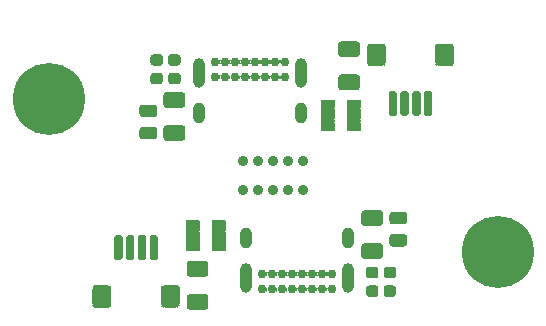
<source format=gbs>
G04 #@! TF.GenerationSoftware,KiCad,Pcbnew,(5.1.10)-1*
G04 #@! TF.CreationDate,2021-08-18T17:13:36+08:00*
G04 #@! TF.ProjectId,dboard,64626f61-7264-42e6-9b69-6361645f7063,rev?*
G04 #@! TF.SameCoordinates,Original*
G04 #@! TF.FileFunction,Soldermask,Bot*
G04 #@! TF.FilePolarity,Negative*
%FSLAX46Y46*%
G04 Gerber Fmt 4.6, Leading zero omitted, Abs format (unit mm)*
G04 Created by KiCad (PCBNEW (5.1.10)-1) date 2021-08-18 17:13:36*
%MOMM*%
%LPD*%
G01*
G04 APERTURE LIST*
%ADD10C,0.889400*%
%ADD11O,1.002000X1.802000*%
%ADD12O,1.002000X2.502000*%
%ADD13C,0.752000*%
%ADD14C,0.902000*%
%ADD15C,6.102000*%
%ADD16C,0.100000*%
G04 APERTURE END LIST*
D10*
X-4508750Y2254000D03*
X-3238750Y2254000D03*
X571250Y2254000D03*
X-698750Y2254000D03*
X-1968750Y2254000D03*
G36*
G01*
X-12087000Y4061500D02*
X-13050500Y4061500D01*
G75*
G02*
X-13319750Y4330750I0J269250D01*
G01*
X-13319750Y4869250D01*
G75*
G02*
X-13050500Y5138500I269250J0D01*
G01*
X-12087000Y5138500D01*
G75*
G02*
X-11817750Y4869250I0J-269250D01*
G01*
X-11817750Y4330750D01*
G75*
G02*
X-12087000Y4061500I-269250J0D01*
G01*
G37*
G36*
G01*
X-12087000Y5936500D02*
X-13050500Y5936500D01*
G75*
G02*
X-13319750Y6205750I0J269250D01*
G01*
X-13319750Y6744250D01*
G75*
G02*
X-13050500Y7013500I269250J0D01*
G01*
X-12087000Y7013500D01*
G75*
G02*
X-11817750Y6744250I0J-269250D01*
G01*
X-11817750Y6205750D01*
G75*
G02*
X-12087000Y5936500I-269250J0D01*
G01*
G37*
G36*
G01*
X-10074500Y10299000D02*
X-10638000Y10299000D01*
G75*
G02*
X-10882250Y10543250I0J244250D01*
G01*
X-10882250Y11031750D01*
G75*
G02*
X-10638000Y11276000I244250J0D01*
G01*
X-10074500Y11276000D01*
G75*
G02*
X-9830250Y11031750I0J-244250D01*
G01*
X-9830250Y10543250D01*
G75*
G02*
X-10074500Y10299000I-244250J0D01*
G01*
G37*
G36*
G01*
X-10074500Y8724000D02*
X-10638000Y8724000D01*
G75*
G02*
X-10882250Y8968250I0J244250D01*
G01*
X-10882250Y9456750D01*
G75*
G02*
X-10638000Y9701000I244250J0D01*
G01*
X-10074500Y9701000D01*
G75*
G02*
X-9830250Y9456750I0J-244250D01*
G01*
X-9830250Y8968250D01*
G75*
G02*
X-10074500Y8724000I-244250J0D01*
G01*
G37*
D11*
X-8293750Y6280000D03*
X356250Y6280000D03*
D12*
X-8293750Y9660000D03*
X356250Y9660000D03*
D13*
X-6948750Y9315000D03*
X-6098750Y9315000D03*
X-5248750Y9315000D03*
X-4398750Y9315000D03*
X-3548750Y9315000D03*
X-2698750Y9315000D03*
X-1848750Y9315000D03*
X-993750Y9315000D03*
X-6943750Y10640000D03*
X-6093750Y10640000D03*
X-5243750Y10640000D03*
X-4393750Y10640000D03*
X-3543750Y10640000D03*
X-1843750Y10640000D03*
X-993750Y10640000D03*
X-2693750Y10640000D03*
G36*
G01*
X5086850Y8224000D02*
X3775650Y8224000D01*
G75*
G02*
X3505250Y8494400I0J270400D01*
G01*
X3505250Y9305600D01*
G75*
G02*
X3775650Y9576000I270400J0D01*
G01*
X5086850Y9576000D01*
G75*
G02*
X5357250Y9305600I0J-270400D01*
G01*
X5357250Y8494400D01*
G75*
G02*
X5086850Y8224000I-270400J0D01*
G01*
G37*
G36*
G01*
X5086850Y11024000D02*
X3775650Y11024000D01*
G75*
G02*
X3505250Y11294400I0J270400D01*
G01*
X3505250Y12105600D01*
G75*
G02*
X3775650Y12376000I270400J0D01*
G01*
X5086850Y12376000D01*
G75*
G02*
X5357250Y12105600I0J-270400D01*
G01*
X5357250Y11294400D01*
G75*
G02*
X5086850Y11024000I-270400J0D01*
G01*
G37*
G36*
G01*
X2050250Y4824999D02*
X2050250Y5475001D01*
G75*
G02*
X2101249Y5526000I50999J0D01*
G01*
X3161251Y5526000D01*
G75*
G02*
X3212250Y5475001I0J-50999D01*
G01*
X3212250Y4824999D01*
G75*
G02*
X3161251Y4774000I-50999J0D01*
G01*
X2101249Y4774000D01*
G75*
G02*
X2050250Y4824999I0J50999D01*
G01*
G37*
G36*
G01*
X2050250Y5774999D02*
X2050250Y6425001D01*
G75*
G02*
X2101249Y6476000I50999J0D01*
G01*
X3161251Y6476000D01*
G75*
G02*
X3212250Y6425001I0J-50999D01*
G01*
X3212250Y5774999D01*
G75*
G02*
X3161251Y5724000I-50999J0D01*
G01*
X2101249Y5724000D01*
G75*
G02*
X2050250Y5774999I0J50999D01*
G01*
G37*
G36*
G01*
X2050250Y6724999D02*
X2050250Y7375001D01*
G75*
G02*
X2101249Y7426000I50999J0D01*
G01*
X3161251Y7426000D01*
G75*
G02*
X3212250Y7375001I0J-50999D01*
G01*
X3212250Y6724999D01*
G75*
G02*
X3161251Y6674000I-50999J0D01*
G01*
X2101249Y6674000D01*
G75*
G02*
X2050250Y6724999I0J50999D01*
G01*
G37*
G36*
G01*
X4250250Y6724999D02*
X4250250Y7375001D01*
G75*
G02*
X4301249Y7426000I50999J0D01*
G01*
X5361251Y7426000D01*
G75*
G02*
X5412250Y7375001I0J-50999D01*
G01*
X5412250Y6724999D01*
G75*
G02*
X5361251Y6674000I-50999J0D01*
G01*
X4301249Y6674000D01*
G75*
G02*
X4250250Y6724999I0J50999D01*
G01*
G37*
G36*
G01*
X4250250Y4824999D02*
X4250250Y5475001D01*
G75*
G02*
X4301249Y5526000I50999J0D01*
G01*
X5361251Y5526000D01*
G75*
G02*
X5412250Y5475001I0J-50999D01*
G01*
X5412250Y4824999D01*
G75*
G02*
X5361251Y4774000I-50999J0D01*
G01*
X4301249Y4774000D01*
G75*
G02*
X4250250Y4824999I0J50999D01*
G01*
G37*
G36*
G01*
X4250250Y5774999D02*
X4250250Y6425001D01*
G75*
G02*
X4301249Y6476000I50999J0D01*
G01*
X5361251Y6476000D01*
G75*
G02*
X5412250Y6425001I0J-50999D01*
G01*
X5412250Y5774999D01*
G75*
G02*
X5361251Y5724000I-50999J0D01*
G01*
X4301249Y5724000D01*
G75*
G02*
X4250250Y5774999I0J50999D01*
G01*
G37*
D14*
X-22595096Y5873654D03*
X-20968750Y5200000D03*
X-19342404Y5873654D03*
X-18668750Y7500000D03*
X-19342404Y9126346D03*
X-20968750Y9800000D03*
X-22595096Y9126346D03*
X-23268750Y7500000D03*
D15*
X-20968750Y7500000D03*
G36*
G01*
X7780250Y6199500D02*
X7780250Y8000500D01*
G75*
G02*
X7955750Y8176000I175500J0D01*
G01*
X8306750Y8176000D01*
G75*
G02*
X8482250Y8000500I0J-175500D01*
G01*
X8482250Y6199500D01*
G75*
G02*
X8306750Y6024000I-175500J0D01*
G01*
X7955750Y6024000D01*
G75*
G02*
X7780250Y6199500I0J175500D01*
G01*
G37*
G36*
G01*
X8780250Y6199500D02*
X8780250Y8000500D01*
G75*
G02*
X8955750Y8176000I175500J0D01*
G01*
X9306750Y8176000D01*
G75*
G02*
X9482250Y8000500I0J-175500D01*
G01*
X9482250Y6199500D01*
G75*
G02*
X9306750Y6024000I-175500J0D01*
G01*
X8955750Y6024000D01*
G75*
G02*
X8780250Y6199500I0J175500D01*
G01*
G37*
G36*
G01*
X9780250Y6199500D02*
X9780250Y8000500D01*
G75*
G02*
X9955750Y8176000I175500J0D01*
G01*
X10306750Y8176000D01*
G75*
G02*
X10482250Y8000500I0J-175500D01*
G01*
X10482250Y6199500D01*
G75*
G02*
X10306750Y6024000I-175500J0D01*
G01*
X9955750Y6024000D01*
G75*
G02*
X9780250Y6199500I0J175500D01*
G01*
G37*
G36*
G01*
X10780250Y6199500D02*
X10780250Y8000500D01*
G75*
G02*
X10955750Y8176000I175500J0D01*
G01*
X11306750Y8176000D01*
G75*
G02*
X11482250Y8000500I0J-175500D01*
G01*
X11482250Y6199500D01*
G75*
G02*
X11306750Y6024000I-175500J0D01*
G01*
X10955750Y6024000D01*
G75*
G02*
X10780250Y6199500I0J175500D01*
G01*
G37*
G36*
G01*
X5930250Y10607216D02*
X5930250Y11842784D01*
G75*
G02*
X6263466Y12176000I333216J0D01*
G01*
X7199034Y12176000D01*
G75*
G02*
X7532250Y11842784I0J-333216D01*
G01*
X7532250Y10607216D01*
G75*
G02*
X7199034Y10274000I-333216J0D01*
G01*
X6263466Y10274000D01*
G75*
G02*
X5930250Y10607216I0J333216D01*
G01*
G37*
G36*
G01*
X11730250Y10607216D02*
X11730250Y11842784D01*
G75*
G02*
X12063466Y12176000I333216J0D01*
G01*
X12999034Y12176000D01*
G75*
G02*
X13332250Y11842784I0J-333216D01*
G01*
X13332250Y10607216D01*
G75*
G02*
X12999034Y10274000I-333216J0D01*
G01*
X12063466Y10274000D01*
G75*
G02*
X11730250Y10607216I0J333216D01*
G01*
G37*
G36*
G01*
X-9700650Y6724000D02*
X-11011850Y6724000D01*
G75*
G02*
X-11282250Y6994400I0J270400D01*
G01*
X-11282250Y7805600D01*
G75*
G02*
X-11011850Y8076000I270400J0D01*
G01*
X-9700650Y8076000D01*
G75*
G02*
X-9430250Y7805600I0J-270400D01*
G01*
X-9430250Y6994400D01*
G75*
G02*
X-9700650Y6724000I-270400J0D01*
G01*
G37*
G36*
G01*
X-9700650Y3924000D02*
X-11011850Y3924000D01*
G75*
G02*
X-11282250Y4194400I0J270400D01*
G01*
X-11282250Y5005600D01*
G75*
G02*
X-11011850Y5276000I270400J0D01*
G01*
X-9700650Y5276000D01*
G75*
G02*
X-9430250Y5005600I0J-270400D01*
G01*
X-9430250Y4194400D01*
G75*
G02*
X-9700650Y3924000I-270400J0D01*
G01*
G37*
G36*
G01*
X-11574500Y10299000D02*
X-12138000Y10299000D01*
G75*
G02*
X-12382250Y10543250I0J244250D01*
G01*
X-12382250Y11031750D01*
G75*
G02*
X-12138000Y11276000I244250J0D01*
G01*
X-11574500Y11276000D01*
G75*
G02*
X-11330250Y11031750I0J-244250D01*
G01*
X-11330250Y10543250D01*
G75*
G02*
X-11574500Y10299000I-244250J0D01*
G01*
G37*
G36*
G01*
X-11574500Y8724000D02*
X-12138000Y8724000D01*
G75*
G02*
X-12382250Y8968250I0J244250D01*
G01*
X-12382250Y9456750D01*
G75*
G02*
X-12138000Y9701000I244250J0D01*
G01*
X-11574500Y9701000D01*
G75*
G02*
X-11330250Y9456750I0J-244250D01*
G01*
X-11330250Y8968250D01*
G75*
G02*
X-11574500Y8724000I-244250J0D01*
G01*
G37*
D10*
X-2000000Y-254000D03*
X-3270000Y-254000D03*
X-4540000Y-254000D03*
X-730000Y-254000D03*
X540000Y-254000D03*
D13*
X-1275000Y-8640000D03*
X-2975000Y-8640000D03*
X-2125000Y-8640000D03*
X-425000Y-8640000D03*
X425000Y-8640000D03*
X1275000Y-8640000D03*
X2125000Y-8640000D03*
X2975000Y-8640000D03*
X-2975000Y-7315000D03*
X-2120000Y-7315000D03*
X-1270000Y-7315000D03*
X-420000Y-7315000D03*
X430000Y-7315000D03*
X1280000Y-7315000D03*
X2130000Y-7315000D03*
X2980000Y-7315000D03*
D12*
X-4325000Y-7660000D03*
X4325000Y-7660000D03*
D11*
X-4325000Y-4280000D03*
X4325000Y-4280000D03*
G36*
G01*
X-15699000Y-8607216D02*
X-15699000Y-9842784D01*
G75*
G02*
X-16032216Y-10176000I-333216J0D01*
G01*
X-16967784Y-10176000D01*
G75*
G02*
X-17301000Y-9842784I0J333216D01*
G01*
X-17301000Y-8607216D01*
G75*
G02*
X-16967784Y-8274000I333216J0D01*
G01*
X-16032216Y-8274000D01*
G75*
G02*
X-15699000Y-8607216I0J-333216D01*
G01*
G37*
G36*
G01*
X-9899000Y-8607216D02*
X-9899000Y-9842784D01*
G75*
G02*
X-10232216Y-10176000I-333216J0D01*
G01*
X-11167784Y-10176000D01*
G75*
G02*
X-11501000Y-9842784I0J333216D01*
G01*
X-11501000Y-8607216D01*
G75*
G02*
X-11167784Y-8274000I333216J0D01*
G01*
X-10232216Y-8274000D01*
G75*
G02*
X-9899000Y-8607216I0J-333216D01*
G01*
G37*
G36*
G01*
X-14749000Y-4199500D02*
X-14749000Y-6000500D01*
G75*
G02*
X-14924500Y-6176000I-175500J0D01*
G01*
X-15275500Y-6176000D01*
G75*
G02*
X-15451000Y-6000500I0J175500D01*
G01*
X-15451000Y-4199500D01*
G75*
G02*
X-15275500Y-4024000I175500J0D01*
G01*
X-14924500Y-4024000D01*
G75*
G02*
X-14749000Y-4199500I0J-175500D01*
G01*
G37*
G36*
G01*
X-13749000Y-4199500D02*
X-13749000Y-6000500D01*
G75*
G02*
X-13924500Y-6176000I-175500J0D01*
G01*
X-14275500Y-6176000D01*
G75*
G02*
X-14451000Y-6000500I0J175500D01*
G01*
X-14451000Y-4199500D01*
G75*
G02*
X-14275500Y-4024000I175500J0D01*
G01*
X-13924500Y-4024000D01*
G75*
G02*
X-13749000Y-4199500I0J-175500D01*
G01*
G37*
G36*
G01*
X-12749000Y-4199500D02*
X-12749000Y-6000500D01*
G75*
G02*
X-12924500Y-6176000I-175500J0D01*
G01*
X-13275500Y-6176000D01*
G75*
G02*
X-13451000Y-6000500I0J175500D01*
G01*
X-13451000Y-4199500D01*
G75*
G02*
X-13275500Y-4024000I175500J0D01*
G01*
X-12924500Y-4024000D01*
G75*
G02*
X-12749000Y-4199500I0J-175500D01*
G01*
G37*
G36*
G01*
X-11749000Y-4199500D02*
X-11749000Y-6000500D01*
G75*
G02*
X-11924500Y-6176000I-175500J0D01*
G01*
X-12275500Y-6176000D01*
G75*
G02*
X-12451000Y-6000500I0J175500D01*
G01*
X-12451000Y-4199500D01*
G75*
G02*
X-12275500Y-4024000I175500J0D01*
G01*
X-11924500Y-4024000D01*
G75*
G02*
X-11749000Y-4199500I0J-175500D01*
G01*
G37*
G36*
G01*
X-8219000Y-3774999D02*
X-8219000Y-4425001D01*
G75*
G02*
X-8269999Y-4476000I-50999J0D01*
G01*
X-9330001Y-4476000D01*
G75*
G02*
X-9381000Y-4425001I0J50999D01*
G01*
X-9381000Y-3774999D01*
G75*
G02*
X-9330001Y-3724000I50999J0D01*
G01*
X-8269999Y-3724000D01*
G75*
G02*
X-8219000Y-3774999I0J-50999D01*
G01*
G37*
G36*
G01*
X-8219000Y-2824999D02*
X-8219000Y-3475001D01*
G75*
G02*
X-8269999Y-3526000I-50999J0D01*
G01*
X-9330001Y-3526000D01*
G75*
G02*
X-9381000Y-3475001I0J50999D01*
G01*
X-9381000Y-2824999D01*
G75*
G02*
X-9330001Y-2774000I50999J0D01*
G01*
X-8269999Y-2774000D01*
G75*
G02*
X-8219000Y-2824999I0J-50999D01*
G01*
G37*
G36*
G01*
X-8219000Y-4724999D02*
X-8219000Y-5375001D01*
G75*
G02*
X-8269999Y-5426000I-50999J0D01*
G01*
X-9330001Y-5426000D01*
G75*
G02*
X-9381000Y-5375001I0J50999D01*
G01*
X-9381000Y-4724999D01*
G75*
G02*
X-9330001Y-4674000I50999J0D01*
G01*
X-8269999Y-4674000D01*
G75*
G02*
X-8219000Y-4724999I0J-50999D01*
G01*
G37*
G36*
G01*
X-6019000Y-4724999D02*
X-6019000Y-5375001D01*
G75*
G02*
X-6069999Y-5426000I-50999J0D01*
G01*
X-7130001Y-5426000D01*
G75*
G02*
X-7181000Y-5375001I0J50999D01*
G01*
X-7181000Y-4724999D01*
G75*
G02*
X-7130001Y-4674000I50999J0D01*
G01*
X-6069999Y-4674000D01*
G75*
G02*
X-6019000Y-4724999I0J-50999D01*
G01*
G37*
G36*
G01*
X-6019000Y-3774999D02*
X-6019000Y-4425001D01*
G75*
G02*
X-6069999Y-4476000I-50999J0D01*
G01*
X-7130001Y-4476000D01*
G75*
G02*
X-7181000Y-4425001I0J50999D01*
G01*
X-7181000Y-3774999D01*
G75*
G02*
X-7130001Y-3724000I50999J0D01*
G01*
X-6069999Y-3724000D01*
G75*
G02*
X-6019000Y-3774999I0J-50999D01*
G01*
G37*
G36*
G01*
X-6019000Y-2824999D02*
X-6019000Y-3475001D01*
G75*
G02*
X-6069999Y-3526000I-50999J0D01*
G01*
X-7130001Y-3526000D01*
G75*
G02*
X-7181000Y-3475001I0J50999D01*
G01*
X-7181000Y-2824999D01*
G75*
G02*
X-7130001Y-2774000I50999J0D01*
G01*
X-6069999Y-2774000D01*
G75*
G02*
X-6019000Y-2824999I0J-50999D01*
G01*
G37*
G36*
G01*
X5731900Y-1924000D02*
X7043100Y-1924000D01*
G75*
G02*
X7313500Y-2194400I0J-270400D01*
G01*
X7313500Y-3005600D01*
G75*
G02*
X7043100Y-3276000I-270400J0D01*
G01*
X5731900Y-3276000D01*
G75*
G02*
X5461500Y-3005600I0J270400D01*
G01*
X5461500Y-2194400D01*
G75*
G02*
X5731900Y-1924000I270400J0D01*
G01*
G37*
G36*
G01*
X5731900Y-4724000D02*
X7043100Y-4724000D01*
G75*
G02*
X7313500Y-4994400I0J-270400D01*
G01*
X7313500Y-5805600D01*
G75*
G02*
X7043100Y-6076000I-270400J0D01*
G01*
X5731900Y-6076000D01*
G75*
G02*
X5461500Y-5805600I0J270400D01*
G01*
X5461500Y-4994400D01*
G75*
G02*
X5731900Y-4724000I270400J0D01*
G01*
G37*
G36*
G01*
X6105750Y-6724000D02*
X6669250Y-6724000D01*
G75*
G02*
X6913500Y-6968250I0J-244250D01*
G01*
X6913500Y-7456750D01*
G75*
G02*
X6669250Y-7701000I-244250J0D01*
G01*
X6105750Y-7701000D01*
G75*
G02*
X5861500Y-7456750I0J244250D01*
G01*
X5861500Y-6968250D01*
G75*
G02*
X6105750Y-6724000I244250J0D01*
G01*
G37*
G36*
G01*
X6105750Y-8299000D02*
X6669250Y-8299000D01*
G75*
G02*
X6913500Y-8543250I0J-244250D01*
G01*
X6913500Y-9031750D01*
G75*
G02*
X6669250Y-9276000I-244250J0D01*
G01*
X6105750Y-9276000D01*
G75*
G02*
X5861500Y-9031750I0J244250D01*
G01*
X5861500Y-8543250D01*
G75*
G02*
X6105750Y-8299000I244250J0D01*
G01*
G37*
G36*
G01*
X7605750Y-6724000D02*
X8169250Y-6724000D01*
G75*
G02*
X8413500Y-6968250I0J-244250D01*
G01*
X8413500Y-7456750D01*
G75*
G02*
X8169250Y-7701000I-244250J0D01*
G01*
X7605750Y-7701000D01*
G75*
G02*
X7361500Y-7456750I0J244250D01*
G01*
X7361500Y-6968250D01*
G75*
G02*
X7605750Y-6724000I244250J0D01*
G01*
G37*
G36*
G01*
X7605750Y-8299000D02*
X8169250Y-8299000D01*
G75*
G02*
X8413500Y-8543250I0J-244250D01*
G01*
X8413500Y-9031750D01*
G75*
G02*
X8169250Y-9276000I-244250J0D01*
G01*
X7605750Y-9276000D01*
G75*
G02*
X7361500Y-9031750I0J244250D01*
G01*
X7361500Y-8543250D01*
G75*
G02*
X7605750Y-8299000I244250J0D01*
G01*
G37*
D15*
X17000000Y-5500000D03*
D14*
X19300000Y-5500000D03*
X18626346Y-7126346D03*
X17000000Y-7800000D03*
X15373654Y-7126346D03*
X14700000Y-5500000D03*
X15373654Y-3873654D03*
X17000000Y-3200000D03*
X18626346Y-3873654D03*
G36*
G01*
X-9055600Y-9024000D02*
X-7744400Y-9024000D01*
G75*
G02*
X-7474000Y-9294400I0J-270400D01*
G01*
X-7474000Y-10105600D01*
G75*
G02*
X-7744400Y-10376000I-270400J0D01*
G01*
X-9055600Y-10376000D01*
G75*
G02*
X-9326000Y-10105600I0J270400D01*
G01*
X-9326000Y-9294400D01*
G75*
G02*
X-9055600Y-9024000I270400J0D01*
G01*
G37*
G36*
G01*
X-9055600Y-6224000D02*
X-7744400Y-6224000D01*
G75*
G02*
X-7474000Y-6494400I0J-270400D01*
G01*
X-7474000Y-7305600D01*
G75*
G02*
X-7744400Y-7576000I-270400J0D01*
G01*
X-9055600Y-7576000D01*
G75*
G02*
X-9326000Y-7305600I0J270400D01*
G01*
X-9326000Y-6494400D01*
G75*
G02*
X-9055600Y-6224000I270400J0D01*
G01*
G37*
G36*
G01*
X8118250Y-3936500D02*
X9081750Y-3936500D01*
G75*
G02*
X9351000Y-4205750I0J-269250D01*
G01*
X9351000Y-4744250D01*
G75*
G02*
X9081750Y-5013500I-269250J0D01*
G01*
X8118250Y-5013500D01*
G75*
G02*
X7849000Y-4744250I0J269250D01*
G01*
X7849000Y-4205750D01*
G75*
G02*
X8118250Y-3936500I269250J0D01*
G01*
G37*
G36*
G01*
X8118250Y-2061500D02*
X9081750Y-2061500D01*
G75*
G02*
X9351000Y-2330750I0J-269250D01*
G01*
X9351000Y-2869250D01*
G75*
G02*
X9081750Y-3138500I-269250J0D01*
G01*
X8118250Y-3138500D01*
G75*
G02*
X7849000Y-2869250I0J269250D01*
G01*
X7849000Y-2330750D01*
G75*
G02*
X8118250Y-2061500I269250J0D01*
G01*
G37*
D16*
G36*
X-17299010Y-9842588D02*
G01*
X-17292627Y-9907396D01*
X-17273778Y-9969531D01*
X-17243172Y-10026793D01*
X-17201982Y-10076982D01*
X-17151793Y-10118172D01*
X-17094531Y-10148778D01*
X-17032396Y-10167627D01*
X-16967588Y-10174010D01*
X-16965962Y-10175175D01*
X-16966158Y-10177165D01*
X-16967784Y-10178000D01*
X-17034644Y-10178000D01*
X-17034840Y-10177990D01*
X-17091629Y-10172397D01*
X-17092014Y-10172321D01*
X-17140712Y-10157548D01*
X-17141074Y-10157398D01*
X-17185960Y-10133406D01*
X-17186286Y-10133188D01*
X-17225626Y-10100903D01*
X-17225903Y-10100626D01*
X-17258188Y-10061286D01*
X-17258406Y-10060960D01*
X-17282398Y-10016074D01*
X-17282548Y-10015712D01*
X-17297321Y-9967014D01*
X-17297397Y-9966629D01*
X-17302990Y-9909840D01*
X-17303000Y-9909644D01*
X-17303000Y-9842784D01*
X-17302000Y-9841052D01*
X-17300000Y-9841052D01*
X-17299010Y-9842588D01*
G37*
G36*
X-9897835Y-9841158D02*
G01*
X-9897000Y-9842784D01*
X-9897000Y-9909644D01*
X-9897010Y-9909840D01*
X-9902603Y-9966629D01*
X-9902679Y-9967014D01*
X-9917452Y-10015712D01*
X-9917602Y-10016074D01*
X-9941594Y-10060960D01*
X-9941812Y-10061286D01*
X-9974097Y-10100626D01*
X-9974374Y-10100903D01*
X-10013714Y-10133188D01*
X-10014040Y-10133406D01*
X-10058926Y-10157398D01*
X-10059288Y-10157548D01*
X-10107986Y-10172321D01*
X-10108371Y-10172397D01*
X-10165160Y-10177990D01*
X-10165356Y-10178000D01*
X-10232216Y-10178000D01*
X-10233948Y-10177000D01*
X-10233948Y-10175000D01*
X-10232412Y-10174010D01*
X-10167604Y-10167627D01*
X-10105469Y-10148778D01*
X-10048207Y-10118172D01*
X-9998018Y-10076982D01*
X-9956828Y-10026793D01*
X-9926222Y-9969531D01*
X-9907373Y-9907396D01*
X-9900990Y-9842588D01*
X-9899825Y-9840962D01*
X-9897835Y-9841158D01*
G37*
G36*
X-11499010Y-9842588D02*
G01*
X-11492627Y-9907396D01*
X-11473778Y-9969531D01*
X-11443172Y-10026793D01*
X-11401982Y-10076982D01*
X-11351793Y-10118172D01*
X-11294531Y-10148778D01*
X-11232396Y-10167627D01*
X-11167588Y-10174010D01*
X-11165962Y-10175175D01*
X-11166158Y-10177165D01*
X-11167784Y-10178000D01*
X-11234644Y-10178000D01*
X-11234840Y-10177990D01*
X-11291629Y-10172397D01*
X-11292014Y-10172321D01*
X-11340712Y-10157548D01*
X-11341074Y-10157398D01*
X-11385960Y-10133406D01*
X-11386286Y-10133188D01*
X-11425626Y-10100903D01*
X-11425903Y-10100626D01*
X-11458188Y-10061286D01*
X-11458406Y-10060960D01*
X-11482398Y-10016074D01*
X-11482548Y-10015712D01*
X-11497321Y-9967014D01*
X-11497397Y-9966629D01*
X-11502990Y-9909840D01*
X-11503000Y-9909644D01*
X-11503000Y-9842784D01*
X-11502000Y-9841052D01*
X-11500000Y-9841052D01*
X-11499010Y-9842588D01*
G37*
G36*
X-15697835Y-9841158D02*
G01*
X-15697000Y-9842784D01*
X-15697000Y-9909644D01*
X-15697010Y-9909840D01*
X-15702603Y-9966629D01*
X-15702679Y-9967014D01*
X-15717452Y-10015712D01*
X-15717602Y-10016074D01*
X-15741594Y-10060960D01*
X-15741812Y-10061286D01*
X-15774097Y-10100626D01*
X-15774374Y-10100903D01*
X-15813714Y-10133188D01*
X-15814040Y-10133406D01*
X-15858926Y-10157398D01*
X-15859288Y-10157548D01*
X-15907986Y-10172321D01*
X-15908371Y-10172397D01*
X-15965160Y-10177990D01*
X-15965356Y-10178000D01*
X-16032216Y-10178000D01*
X-16033948Y-10177000D01*
X-16033948Y-10175000D01*
X-16032412Y-10174010D01*
X-15967604Y-10167627D01*
X-15905469Y-10148778D01*
X-15848207Y-10118172D01*
X-15798018Y-10076982D01*
X-15756828Y-10026793D01*
X-15726222Y-9969531D01*
X-15707373Y-9907396D01*
X-15700990Y-9842588D01*
X-15699825Y-9840962D01*
X-15697835Y-9841158D01*
G37*
G36*
X2451510Y-8451551D02*
G01*
X2463034Y-8465593D01*
X2481671Y-8480888D01*
X2502934Y-8492253D01*
X2526009Y-8499253D01*
X2550000Y-8501616D01*
X2573992Y-8499253D01*
X2597066Y-8492253D01*
X2618330Y-8480888D01*
X2636967Y-8465592D01*
X2648490Y-8451551D01*
X2650362Y-8450847D01*
X2651908Y-8452116D01*
X2651699Y-8453931D01*
X2645171Y-8463702D01*
X2617114Y-8531435D01*
X2602811Y-8603345D01*
X2602811Y-8676655D01*
X2617114Y-8748565D01*
X2645171Y-8816298D01*
X2651699Y-8826069D01*
X2651830Y-8828065D01*
X2650167Y-8829176D01*
X2648490Y-8828449D01*
X2636966Y-8814407D01*
X2618329Y-8799112D01*
X2597066Y-8787747D01*
X2573991Y-8780747D01*
X2550000Y-8778384D01*
X2526008Y-8780747D01*
X2502934Y-8787747D01*
X2481670Y-8799112D01*
X2463033Y-8814408D01*
X2451510Y-8828449D01*
X2449638Y-8829153D01*
X2448092Y-8827884D01*
X2448301Y-8826069D01*
X2454829Y-8816298D01*
X2482886Y-8748565D01*
X2497189Y-8676655D01*
X2497189Y-8603345D01*
X2482886Y-8531435D01*
X2454829Y-8463702D01*
X2448301Y-8453931D01*
X2448170Y-8451935D01*
X2449833Y-8450824D01*
X2451510Y-8451551D01*
G37*
G36*
X751510Y-8451551D02*
G01*
X763034Y-8465593D01*
X781671Y-8480888D01*
X802934Y-8492253D01*
X826009Y-8499253D01*
X850000Y-8501616D01*
X873992Y-8499253D01*
X897066Y-8492253D01*
X918330Y-8480888D01*
X936967Y-8465592D01*
X948490Y-8451551D01*
X950362Y-8450847D01*
X951908Y-8452116D01*
X951699Y-8453931D01*
X945171Y-8463702D01*
X917114Y-8531435D01*
X902811Y-8603345D01*
X902811Y-8676655D01*
X917114Y-8748565D01*
X945171Y-8816298D01*
X951699Y-8826069D01*
X951830Y-8828065D01*
X950167Y-8829176D01*
X948490Y-8828449D01*
X936966Y-8814407D01*
X918329Y-8799112D01*
X897066Y-8787747D01*
X873991Y-8780747D01*
X850000Y-8778384D01*
X826008Y-8780747D01*
X802934Y-8787747D01*
X781670Y-8799112D01*
X763033Y-8814408D01*
X751510Y-8828449D01*
X749638Y-8829153D01*
X748092Y-8827884D01*
X748301Y-8826069D01*
X754829Y-8816298D01*
X782886Y-8748565D01*
X797189Y-8676655D01*
X797189Y-8603345D01*
X782886Y-8531435D01*
X754829Y-8463702D01*
X748301Y-8453931D01*
X748170Y-8451935D01*
X749833Y-8450824D01*
X751510Y-8451551D01*
G37*
G36*
X1601510Y-8451551D02*
G01*
X1613034Y-8465593D01*
X1631671Y-8480888D01*
X1652934Y-8492253D01*
X1676009Y-8499253D01*
X1700000Y-8501616D01*
X1723992Y-8499253D01*
X1747066Y-8492253D01*
X1768330Y-8480888D01*
X1786967Y-8465592D01*
X1798490Y-8451551D01*
X1800362Y-8450847D01*
X1801908Y-8452116D01*
X1801699Y-8453931D01*
X1795171Y-8463702D01*
X1767114Y-8531435D01*
X1752811Y-8603345D01*
X1752811Y-8676655D01*
X1767114Y-8748565D01*
X1795171Y-8816298D01*
X1801699Y-8826069D01*
X1801830Y-8828065D01*
X1800167Y-8829176D01*
X1798490Y-8828449D01*
X1786966Y-8814407D01*
X1768329Y-8799112D01*
X1747066Y-8787747D01*
X1723991Y-8780747D01*
X1700000Y-8778384D01*
X1676008Y-8780747D01*
X1652934Y-8787747D01*
X1631670Y-8799112D01*
X1613033Y-8814408D01*
X1601510Y-8828449D01*
X1599638Y-8829153D01*
X1598092Y-8827884D01*
X1598301Y-8826069D01*
X1604829Y-8816298D01*
X1632886Y-8748565D01*
X1647189Y-8676655D01*
X1647189Y-8603345D01*
X1632886Y-8531435D01*
X1604829Y-8463702D01*
X1598301Y-8453931D01*
X1598170Y-8451935D01*
X1599833Y-8450824D01*
X1601510Y-8451551D01*
G37*
G36*
X-2648490Y-8451551D02*
G01*
X-2636966Y-8465593D01*
X-2618329Y-8480888D01*
X-2597066Y-8492253D01*
X-2573991Y-8499253D01*
X-2550000Y-8501616D01*
X-2526008Y-8499253D01*
X-2502934Y-8492253D01*
X-2481670Y-8480888D01*
X-2463033Y-8465592D01*
X-2451510Y-8451551D01*
X-2449638Y-8450847D01*
X-2448092Y-8452116D01*
X-2448301Y-8453931D01*
X-2454829Y-8463702D01*
X-2482886Y-8531435D01*
X-2497189Y-8603345D01*
X-2497189Y-8676655D01*
X-2482886Y-8748565D01*
X-2454829Y-8816298D01*
X-2448301Y-8826069D01*
X-2448170Y-8828065D01*
X-2449833Y-8829176D01*
X-2451510Y-8828449D01*
X-2463034Y-8814407D01*
X-2481671Y-8799112D01*
X-2502934Y-8787747D01*
X-2526009Y-8780747D01*
X-2550000Y-8778384D01*
X-2573992Y-8780747D01*
X-2597066Y-8787747D01*
X-2618330Y-8799112D01*
X-2636967Y-8814408D01*
X-2648490Y-8828449D01*
X-2650362Y-8829153D01*
X-2651908Y-8827884D01*
X-2651699Y-8826069D01*
X-2645171Y-8816298D01*
X-2617114Y-8748565D01*
X-2602811Y-8676655D01*
X-2602811Y-8603345D01*
X-2617114Y-8531435D01*
X-2645171Y-8463702D01*
X-2651699Y-8453931D01*
X-2651830Y-8451935D01*
X-2650167Y-8450824D01*
X-2648490Y-8451551D01*
G37*
G36*
X-1798490Y-8451551D02*
G01*
X-1786966Y-8465593D01*
X-1768329Y-8480888D01*
X-1747066Y-8492253D01*
X-1723991Y-8499253D01*
X-1700000Y-8501616D01*
X-1676008Y-8499253D01*
X-1652934Y-8492253D01*
X-1631670Y-8480888D01*
X-1613033Y-8465592D01*
X-1601510Y-8451551D01*
X-1599638Y-8450847D01*
X-1598092Y-8452116D01*
X-1598301Y-8453931D01*
X-1604829Y-8463702D01*
X-1632886Y-8531435D01*
X-1647189Y-8603345D01*
X-1647189Y-8676655D01*
X-1632886Y-8748565D01*
X-1604829Y-8816298D01*
X-1598301Y-8826069D01*
X-1598170Y-8828065D01*
X-1599833Y-8829176D01*
X-1601510Y-8828449D01*
X-1613034Y-8814407D01*
X-1631671Y-8799112D01*
X-1652934Y-8787747D01*
X-1676009Y-8780747D01*
X-1700000Y-8778384D01*
X-1723992Y-8780747D01*
X-1747066Y-8787747D01*
X-1768330Y-8799112D01*
X-1786967Y-8814408D01*
X-1798490Y-8828449D01*
X-1800362Y-8829153D01*
X-1801908Y-8827884D01*
X-1801699Y-8826069D01*
X-1795171Y-8816298D01*
X-1767114Y-8748565D01*
X-1752811Y-8676655D01*
X-1752811Y-8603345D01*
X-1767114Y-8531435D01*
X-1795171Y-8463702D01*
X-1801699Y-8453931D01*
X-1801830Y-8451935D01*
X-1800167Y-8450824D01*
X-1798490Y-8451551D01*
G37*
G36*
X-948490Y-8451551D02*
G01*
X-936966Y-8465593D01*
X-918329Y-8480888D01*
X-897066Y-8492253D01*
X-873991Y-8499253D01*
X-850000Y-8501616D01*
X-826008Y-8499253D01*
X-802934Y-8492253D01*
X-781670Y-8480888D01*
X-763033Y-8465592D01*
X-751510Y-8451551D01*
X-749638Y-8450847D01*
X-748092Y-8452116D01*
X-748301Y-8453931D01*
X-754829Y-8463702D01*
X-782886Y-8531435D01*
X-797189Y-8603345D01*
X-797189Y-8676655D01*
X-782886Y-8748565D01*
X-754829Y-8816298D01*
X-748301Y-8826069D01*
X-748170Y-8828065D01*
X-749833Y-8829176D01*
X-751510Y-8828449D01*
X-763034Y-8814407D01*
X-781671Y-8799112D01*
X-802934Y-8787747D01*
X-826009Y-8780747D01*
X-850000Y-8778384D01*
X-873992Y-8780747D01*
X-897066Y-8787747D01*
X-918330Y-8799112D01*
X-936967Y-8814408D01*
X-948490Y-8828449D01*
X-950362Y-8829153D01*
X-951908Y-8827884D01*
X-951699Y-8826069D01*
X-945171Y-8816298D01*
X-917114Y-8748565D01*
X-902811Y-8676655D01*
X-902811Y-8603345D01*
X-917114Y-8531435D01*
X-945171Y-8463702D01*
X-951699Y-8453931D01*
X-951830Y-8451935D01*
X-950167Y-8450824D01*
X-948490Y-8451551D01*
G37*
G36*
X-98490Y-8451551D02*
G01*
X-86966Y-8465593D01*
X-68329Y-8480888D01*
X-47066Y-8492253D01*
X-23991Y-8499253D01*
X0Y-8501616D01*
X23992Y-8499253D01*
X47066Y-8492253D01*
X68330Y-8480888D01*
X86967Y-8465592D01*
X98490Y-8451551D01*
X100362Y-8450847D01*
X101908Y-8452116D01*
X101699Y-8453931D01*
X95171Y-8463702D01*
X67114Y-8531435D01*
X52811Y-8603345D01*
X52811Y-8676655D01*
X67114Y-8748565D01*
X95171Y-8816298D01*
X101699Y-8826069D01*
X101830Y-8828065D01*
X100167Y-8829176D01*
X98490Y-8828449D01*
X86966Y-8814407D01*
X68329Y-8799112D01*
X47066Y-8787747D01*
X23991Y-8780747D01*
X0Y-8778384D01*
X-23992Y-8780747D01*
X-47066Y-8787747D01*
X-68330Y-8799112D01*
X-86967Y-8814408D01*
X-98490Y-8828449D01*
X-100362Y-8829153D01*
X-101908Y-8827884D01*
X-101699Y-8826069D01*
X-95171Y-8816298D01*
X-67114Y-8748565D01*
X-52811Y-8676655D01*
X-52811Y-8603345D01*
X-67114Y-8531435D01*
X-95171Y-8463702D01*
X-101699Y-8453931D01*
X-101830Y-8451935D01*
X-100167Y-8450824D01*
X-98490Y-8451551D01*
G37*
G36*
X-16966052Y-8273000D02*
G01*
X-16966052Y-8275000D01*
X-16967588Y-8275990D01*
X-17032396Y-8282373D01*
X-17094531Y-8301222D01*
X-17151793Y-8331828D01*
X-17201982Y-8373018D01*
X-17243172Y-8423207D01*
X-17273778Y-8480469D01*
X-17292627Y-8542604D01*
X-17299010Y-8607412D01*
X-17300175Y-8609038D01*
X-17302165Y-8608842D01*
X-17303000Y-8607216D01*
X-17303000Y-8540356D01*
X-17302990Y-8540160D01*
X-17297397Y-8483371D01*
X-17297321Y-8482986D01*
X-17282548Y-8434288D01*
X-17282398Y-8433926D01*
X-17258406Y-8389040D01*
X-17258188Y-8388714D01*
X-17225903Y-8349374D01*
X-17225626Y-8349097D01*
X-17186286Y-8316812D01*
X-17185960Y-8316594D01*
X-17141074Y-8292602D01*
X-17140712Y-8292452D01*
X-17092014Y-8277679D01*
X-17091629Y-8277603D01*
X-17034840Y-8272010D01*
X-17034644Y-8272000D01*
X-16967784Y-8272000D01*
X-16966052Y-8273000D01*
G37*
G36*
X-11166052Y-8273000D02*
G01*
X-11166052Y-8275000D01*
X-11167588Y-8275990D01*
X-11232396Y-8282373D01*
X-11294531Y-8301222D01*
X-11351793Y-8331828D01*
X-11401982Y-8373018D01*
X-11443172Y-8423207D01*
X-11473778Y-8480469D01*
X-11492627Y-8542604D01*
X-11499010Y-8607412D01*
X-11500175Y-8609038D01*
X-11502165Y-8608842D01*
X-11503000Y-8607216D01*
X-11503000Y-8540356D01*
X-11502990Y-8540160D01*
X-11497397Y-8483371D01*
X-11497321Y-8482986D01*
X-11482548Y-8434288D01*
X-11482398Y-8433926D01*
X-11458406Y-8389040D01*
X-11458188Y-8388714D01*
X-11425903Y-8349374D01*
X-11425626Y-8349097D01*
X-11386286Y-8316812D01*
X-11385960Y-8316594D01*
X-11341074Y-8292602D01*
X-11340712Y-8292452D01*
X-11292014Y-8277679D01*
X-11291629Y-8277603D01*
X-11234840Y-8272010D01*
X-11234644Y-8272000D01*
X-11167784Y-8272000D01*
X-11166052Y-8273000D01*
G37*
G36*
X-10165160Y-8272010D02*
G01*
X-10108371Y-8277603D01*
X-10107986Y-8277679D01*
X-10059288Y-8292452D01*
X-10058926Y-8292602D01*
X-10014040Y-8316594D01*
X-10013714Y-8316812D01*
X-9974374Y-8349097D01*
X-9974097Y-8349374D01*
X-9941812Y-8388714D01*
X-9941594Y-8389040D01*
X-9917602Y-8433926D01*
X-9917452Y-8434288D01*
X-9902679Y-8482986D01*
X-9902603Y-8483371D01*
X-9897010Y-8540160D01*
X-9897000Y-8540356D01*
X-9897000Y-8607216D01*
X-9898000Y-8608948D01*
X-9900000Y-8608948D01*
X-9900990Y-8607412D01*
X-9907373Y-8542604D01*
X-9926222Y-8480469D01*
X-9956828Y-8423207D01*
X-9998018Y-8373018D01*
X-10048207Y-8331828D01*
X-10105469Y-8301222D01*
X-10167604Y-8282373D01*
X-10232412Y-8275990D01*
X-10234038Y-8274825D01*
X-10233842Y-8272835D01*
X-10232216Y-8272000D01*
X-10165356Y-8272000D01*
X-10165160Y-8272010D01*
G37*
G36*
X-15965160Y-8272010D02*
G01*
X-15908371Y-8277603D01*
X-15907986Y-8277679D01*
X-15859288Y-8292452D01*
X-15858926Y-8292602D01*
X-15814040Y-8316594D01*
X-15813714Y-8316812D01*
X-15774374Y-8349097D01*
X-15774097Y-8349374D01*
X-15741812Y-8388714D01*
X-15741594Y-8389040D01*
X-15717602Y-8433926D01*
X-15717452Y-8434288D01*
X-15702679Y-8482986D01*
X-15702603Y-8483371D01*
X-15697010Y-8540160D01*
X-15697000Y-8540356D01*
X-15697000Y-8607216D01*
X-15698000Y-8608948D01*
X-15700000Y-8608948D01*
X-15700990Y-8607412D01*
X-15707373Y-8542604D01*
X-15726222Y-8480469D01*
X-15756828Y-8423207D01*
X-15798018Y-8373018D01*
X-15848207Y-8331828D01*
X-15905469Y-8301222D01*
X-15967604Y-8282373D01*
X-16032412Y-8275990D01*
X-16034038Y-8274825D01*
X-16033842Y-8272835D01*
X-16032216Y-8272000D01*
X-15965356Y-8272000D01*
X-15965160Y-8272010D01*
G37*
G36*
X-93490Y-7126551D02*
G01*
X-81966Y-7140593D01*
X-63329Y-7155888D01*
X-42066Y-7167253D01*
X-18991Y-7174253D01*
X5000Y-7176616D01*
X28992Y-7174253D01*
X52066Y-7167253D01*
X73330Y-7155888D01*
X91967Y-7140592D01*
X103490Y-7126551D01*
X105362Y-7125847D01*
X106908Y-7127116D01*
X106699Y-7128931D01*
X100171Y-7138702D01*
X72114Y-7206435D01*
X57811Y-7278345D01*
X57811Y-7351655D01*
X72114Y-7423565D01*
X100171Y-7491298D01*
X106699Y-7501069D01*
X106830Y-7503065D01*
X105167Y-7504176D01*
X103490Y-7503449D01*
X91966Y-7489407D01*
X73329Y-7474112D01*
X52066Y-7462747D01*
X28991Y-7455747D01*
X5000Y-7453384D01*
X-18992Y-7455747D01*
X-42066Y-7462747D01*
X-63330Y-7474112D01*
X-81967Y-7489408D01*
X-93490Y-7503449D01*
X-95362Y-7504153D01*
X-96908Y-7502884D01*
X-96699Y-7501069D01*
X-90171Y-7491298D01*
X-62114Y-7423565D01*
X-47811Y-7351655D01*
X-47811Y-7278345D01*
X-62114Y-7206435D01*
X-90171Y-7138702D01*
X-96699Y-7128931D01*
X-96830Y-7126935D01*
X-95167Y-7125824D01*
X-93490Y-7126551D01*
G37*
G36*
X-943490Y-7126551D02*
G01*
X-931966Y-7140593D01*
X-913329Y-7155888D01*
X-892066Y-7167253D01*
X-868991Y-7174253D01*
X-845000Y-7176616D01*
X-821008Y-7174253D01*
X-797934Y-7167253D01*
X-776670Y-7155888D01*
X-758033Y-7140592D01*
X-746510Y-7126551D01*
X-744638Y-7125847D01*
X-743092Y-7127116D01*
X-743301Y-7128931D01*
X-749829Y-7138702D01*
X-777886Y-7206435D01*
X-792189Y-7278345D01*
X-792189Y-7351655D01*
X-777886Y-7423565D01*
X-749829Y-7491298D01*
X-743301Y-7501069D01*
X-743170Y-7503065D01*
X-744833Y-7504176D01*
X-746510Y-7503449D01*
X-758034Y-7489407D01*
X-776671Y-7474112D01*
X-797934Y-7462747D01*
X-821009Y-7455747D01*
X-845000Y-7453384D01*
X-868992Y-7455747D01*
X-892066Y-7462747D01*
X-913330Y-7474112D01*
X-931967Y-7489408D01*
X-943490Y-7503449D01*
X-945362Y-7504153D01*
X-946908Y-7502884D01*
X-946699Y-7501069D01*
X-940171Y-7491298D01*
X-912114Y-7423565D01*
X-897811Y-7351655D01*
X-897811Y-7278345D01*
X-912114Y-7206435D01*
X-940171Y-7138702D01*
X-946699Y-7128931D01*
X-946830Y-7126935D01*
X-945167Y-7125824D01*
X-943490Y-7126551D01*
G37*
G36*
X2456510Y-7126551D02*
G01*
X2468034Y-7140593D01*
X2486671Y-7155888D01*
X2507934Y-7167253D01*
X2531009Y-7174253D01*
X2555000Y-7176616D01*
X2578992Y-7174253D01*
X2602066Y-7167253D01*
X2623330Y-7155888D01*
X2641967Y-7140592D01*
X2653490Y-7126551D01*
X2655362Y-7125847D01*
X2656908Y-7127116D01*
X2656699Y-7128931D01*
X2650171Y-7138702D01*
X2622114Y-7206435D01*
X2607811Y-7278345D01*
X2607811Y-7351655D01*
X2622114Y-7423565D01*
X2650171Y-7491298D01*
X2656699Y-7501069D01*
X2656830Y-7503065D01*
X2655167Y-7504176D01*
X2653490Y-7503449D01*
X2641966Y-7489407D01*
X2623329Y-7474112D01*
X2602066Y-7462747D01*
X2578991Y-7455747D01*
X2555000Y-7453384D01*
X2531008Y-7455747D01*
X2507934Y-7462747D01*
X2486670Y-7474112D01*
X2468033Y-7489408D01*
X2456510Y-7503449D01*
X2454638Y-7504153D01*
X2453092Y-7502884D01*
X2453301Y-7501069D01*
X2459829Y-7491298D01*
X2487886Y-7423565D01*
X2502189Y-7351655D01*
X2502189Y-7278345D01*
X2487886Y-7206435D01*
X2459829Y-7138702D01*
X2453301Y-7128931D01*
X2453170Y-7126935D01*
X2454833Y-7125824D01*
X2456510Y-7126551D01*
G37*
G36*
X-1793490Y-7126551D02*
G01*
X-1781966Y-7140593D01*
X-1763329Y-7155888D01*
X-1742066Y-7167253D01*
X-1718991Y-7174253D01*
X-1695000Y-7176616D01*
X-1671008Y-7174253D01*
X-1647934Y-7167253D01*
X-1626670Y-7155888D01*
X-1608033Y-7140592D01*
X-1596510Y-7126551D01*
X-1594638Y-7125847D01*
X-1593092Y-7127116D01*
X-1593301Y-7128931D01*
X-1599829Y-7138702D01*
X-1627886Y-7206435D01*
X-1642189Y-7278345D01*
X-1642189Y-7351655D01*
X-1627886Y-7423565D01*
X-1599829Y-7491298D01*
X-1593301Y-7501069D01*
X-1593170Y-7503065D01*
X-1594833Y-7504176D01*
X-1596510Y-7503449D01*
X-1608034Y-7489407D01*
X-1626671Y-7474112D01*
X-1647934Y-7462747D01*
X-1671009Y-7455747D01*
X-1695000Y-7453384D01*
X-1718992Y-7455747D01*
X-1742066Y-7462747D01*
X-1763330Y-7474112D01*
X-1781967Y-7489408D01*
X-1793490Y-7503449D01*
X-1795362Y-7504153D01*
X-1796908Y-7502884D01*
X-1796699Y-7501069D01*
X-1790171Y-7491298D01*
X-1762114Y-7423565D01*
X-1747811Y-7351655D01*
X-1747811Y-7278345D01*
X-1762114Y-7206435D01*
X-1790171Y-7138702D01*
X-1796699Y-7128931D01*
X-1796830Y-7126935D01*
X-1795167Y-7125824D01*
X-1793490Y-7126551D01*
G37*
G36*
X1606510Y-7126551D02*
G01*
X1618034Y-7140593D01*
X1636671Y-7155888D01*
X1657934Y-7167253D01*
X1681009Y-7174253D01*
X1705000Y-7176616D01*
X1728992Y-7174253D01*
X1752066Y-7167253D01*
X1773330Y-7155888D01*
X1791967Y-7140592D01*
X1803490Y-7126551D01*
X1805362Y-7125847D01*
X1806908Y-7127116D01*
X1806699Y-7128931D01*
X1800171Y-7138702D01*
X1772114Y-7206435D01*
X1757811Y-7278345D01*
X1757811Y-7351655D01*
X1772114Y-7423565D01*
X1800171Y-7491298D01*
X1806699Y-7501069D01*
X1806830Y-7503065D01*
X1805167Y-7504176D01*
X1803490Y-7503449D01*
X1791966Y-7489407D01*
X1773329Y-7474112D01*
X1752066Y-7462747D01*
X1728991Y-7455747D01*
X1705000Y-7453384D01*
X1681008Y-7455747D01*
X1657934Y-7462747D01*
X1636670Y-7474112D01*
X1618033Y-7489408D01*
X1606510Y-7503449D01*
X1604638Y-7504153D01*
X1603092Y-7502884D01*
X1603301Y-7501069D01*
X1609829Y-7491298D01*
X1637886Y-7423565D01*
X1652189Y-7351655D01*
X1652189Y-7278345D01*
X1637886Y-7206435D01*
X1609829Y-7138702D01*
X1603301Y-7128931D01*
X1603170Y-7126935D01*
X1604833Y-7125824D01*
X1606510Y-7126551D01*
G37*
G36*
X756510Y-7126551D02*
G01*
X768034Y-7140593D01*
X786671Y-7155888D01*
X807934Y-7167253D01*
X831009Y-7174253D01*
X855000Y-7176616D01*
X878992Y-7174253D01*
X902066Y-7167253D01*
X923330Y-7155888D01*
X941967Y-7140592D01*
X953490Y-7126551D01*
X955362Y-7125847D01*
X956908Y-7127116D01*
X956699Y-7128931D01*
X950171Y-7138702D01*
X922114Y-7206435D01*
X907811Y-7278345D01*
X907811Y-7351655D01*
X922114Y-7423565D01*
X950171Y-7491298D01*
X956699Y-7501069D01*
X956830Y-7503065D01*
X955167Y-7504176D01*
X953490Y-7503449D01*
X941966Y-7489407D01*
X923329Y-7474112D01*
X902066Y-7462747D01*
X878991Y-7455747D01*
X855000Y-7453384D01*
X831008Y-7455747D01*
X807934Y-7462747D01*
X786670Y-7474112D01*
X768033Y-7489408D01*
X756510Y-7503449D01*
X754638Y-7504153D01*
X753092Y-7502884D01*
X753301Y-7501069D01*
X759829Y-7491298D01*
X787886Y-7423565D01*
X802189Y-7351655D01*
X802189Y-7278345D01*
X787886Y-7206435D01*
X759829Y-7138702D01*
X753301Y-7128931D01*
X753170Y-7126935D01*
X754833Y-7125824D01*
X756510Y-7126551D01*
G37*
G36*
X-2645993Y-7130289D02*
G01*
X-2634466Y-7144334D01*
X-2615829Y-7159629D01*
X-2594565Y-7170994D01*
X-2571490Y-7177994D01*
X-2547499Y-7180357D01*
X-2523508Y-7177994D01*
X-2500433Y-7170994D01*
X-2479169Y-7159628D01*
X-2460533Y-7144333D01*
X-2449007Y-7130289D01*
X-2447135Y-7129585D01*
X-2445589Y-7130854D01*
X-2445798Y-7132669D01*
X-2449829Y-7138702D01*
X-2477886Y-7206435D01*
X-2492189Y-7278345D01*
X-2492189Y-7351655D01*
X-2477886Y-7423565D01*
X-2449829Y-7491298D01*
X-2445798Y-7497331D01*
X-2445667Y-7499327D01*
X-2447330Y-7500438D01*
X-2449007Y-7499711D01*
X-2460534Y-7485666D01*
X-2479171Y-7470371D01*
X-2500435Y-7459006D01*
X-2523510Y-7452006D01*
X-2547501Y-7449643D01*
X-2571492Y-7452006D01*
X-2594567Y-7459006D01*
X-2615831Y-7470372D01*
X-2634467Y-7485667D01*
X-2645993Y-7499711D01*
X-2647865Y-7500415D01*
X-2649411Y-7499146D01*
X-2649202Y-7497331D01*
X-2645171Y-7491298D01*
X-2617114Y-7423565D01*
X-2602811Y-7351655D01*
X-2602811Y-7278345D01*
X-2617114Y-7206435D01*
X-2645171Y-7138702D01*
X-2649202Y-7132669D01*
X-2649333Y-7130673D01*
X-2647670Y-7129562D01*
X-2645993Y-7130289D01*
G37*
G36*
X-6017268Y-4475000D02*
G01*
X-6017000Y-4476000D01*
X-6017000Y-4674000D01*
X-6018000Y-4675732D01*
X-6019000Y-4676000D01*
X-7181000Y-4676000D01*
X-7182732Y-4675000D01*
X-7183000Y-4674000D01*
X-7183000Y-4476000D01*
X-7182000Y-4474268D01*
X-7181000Y-4474000D01*
X-6019000Y-4474000D01*
X-6017268Y-4475000D01*
G37*
G36*
X-8217268Y-4475000D02*
G01*
X-8217000Y-4476000D01*
X-8217000Y-4674000D01*
X-8218000Y-4675732D01*
X-8219000Y-4676000D01*
X-9381000Y-4676000D01*
X-9382732Y-4675000D01*
X-9383000Y-4674000D01*
X-9383000Y-4476000D01*
X-9382000Y-4474268D01*
X-9381000Y-4474000D01*
X-8219000Y-4474000D01*
X-8217268Y-4475000D01*
G37*
G36*
X-6017268Y-3525000D02*
G01*
X-6017000Y-3526000D01*
X-6017000Y-3724000D01*
X-6018000Y-3725732D01*
X-6019000Y-3726000D01*
X-7181000Y-3726000D01*
X-7182732Y-3725000D01*
X-7183000Y-3724000D01*
X-7183000Y-3526000D01*
X-7182000Y-3524268D01*
X-7181000Y-3524000D01*
X-6019000Y-3524000D01*
X-6017268Y-3525000D01*
G37*
G36*
X-8217268Y-3525000D02*
G01*
X-8217000Y-3526000D01*
X-8217000Y-3724000D01*
X-8218000Y-3725732D01*
X-8219000Y-3726000D01*
X-9381000Y-3726000D01*
X-9382732Y-3725000D01*
X-9383000Y-3724000D01*
X-9383000Y-3526000D01*
X-9382000Y-3524268D01*
X-9381000Y-3524000D01*
X-8219000Y-3524000D01*
X-8217268Y-3525000D01*
G37*
G36*
X5413982Y5725000D02*
G01*
X5414250Y5724000D01*
X5414250Y5526000D01*
X5413250Y5524268D01*
X5412250Y5524000D01*
X4250250Y5524000D01*
X4248518Y5525000D01*
X4248250Y5526000D01*
X4248250Y5724000D01*
X4249250Y5725732D01*
X4250250Y5726000D01*
X5412250Y5726000D01*
X5413982Y5725000D01*
G37*
G36*
X3213982Y5725000D02*
G01*
X3214250Y5724000D01*
X3214250Y5526000D01*
X3213250Y5524268D01*
X3212250Y5524000D01*
X2050250Y5524000D01*
X2048518Y5525000D01*
X2048250Y5526000D01*
X2048250Y5724000D01*
X2049250Y5725732D01*
X2050250Y5726000D01*
X3212250Y5726000D01*
X3213982Y5725000D01*
G37*
G36*
X3213982Y6675000D02*
G01*
X3214250Y6674000D01*
X3214250Y6476000D01*
X3213250Y6474268D01*
X3212250Y6474000D01*
X2050250Y6474000D01*
X2048518Y6475000D01*
X2048250Y6476000D01*
X2048250Y6674000D01*
X2049250Y6675732D01*
X2050250Y6676000D01*
X3212250Y6676000D01*
X3213982Y6675000D01*
G37*
G36*
X5413982Y6675000D02*
G01*
X5414250Y6674000D01*
X5414250Y6476000D01*
X5413250Y6474268D01*
X5412250Y6474000D01*
X4250250Y6474000D01*
X4248518Y6475000D01*
X4248250Y6476000D01*
X4248250Y6674000D01*
X4249250Y6675732D01*
X4250250Y6676000D01*
X5412250Y6676000D01*
X5413982Y6675000D01*
G37*
G36*
X-3222240Y9503449D02*
G01*
X-3210716Y9489407D01*
X-3192079Y9474112D01*
X-3170816Y9462747D01*
X-3147741Y9455747D01*
X-3123750Y9453384D01*
X-3099758Y9455747D01*
X-3076684Y9462747D01*
X-3055420Y9474112D01*
X-3036783Y9489408D01*
X-3025260Y9503449D01*
X-3023388Y9504153D01*
X-3021842Y9502884D01*
X-3022051Y9501069D01*
X-3028579Y9491298D01*
X-3056636Y9423565D01*
X-3070939Y9351655D01*
X-3070939Y9278345D01*
X-3056636Y9206435D01*
X-3028579Y9138702D01*
X-3022051Y9128931D01*
X-3021920Y9126935D01*
X-3023583Y9125824D01*
X-3025260Y9126551D01*
X-3036784Y9140593D01*
X-3055421Y9155888D01*
X-3076684Y9167253D01*
X-3099759Y9174253D01*
X-3123750Y9176616D01*
X-3147742Y9174253D01*
X-3170816Y9167253D01*
X-3192080Y9155888D01*
X-3210717Y9140592D01*
X-3222240Y9126551D01*
X-3224112Y9125847D01*
X-3225658Y9127116D01*
X-3225449Y9128931D01*
X-3218921Y9138702D01*
X-3190864Y9206435D01*
X-3176561Y9278345D01*
X-3176561Y9351655D01*
X-3190864Y9423565D01*
X-3218921Y9491298D01*
X-3225449Y9501069D01*
X-3225580Y9503065D01*
X-3223917Y9504176D01*
X-3222240Y9503449D01*
G37*
G36*
X-4922240Y9503449D02*
G01*
X-4910716Y9489407D01*
X-4892079Y9474112D01*
X-4870816Y9462747D01*
X-4847741Y9455747D01*
X-4823750Y9453384D01*
X-4799758Y9455747D01*
X-4776684Y9462747D01*
X-4755420Y9474112D01*
X-4736783Y9489408D01*
X-4725260Y9503449D01*
X-4723388Y9504153D01*
X-4721842Y9502884D01*
X-4722051Y9501069D01*
X-4728579Y9491298D01*
X-4756636Y9423565D01*
X-4770939Y9351655D01*
X-4770939Y9278345D01*
X-4756636Y9206435D01*
X-4728579Y9138702D01*
X-4722051Y9128931D01*
X-4721920Y9126935D01*
X-4723583Y9125824D01*
X-4725260Y9126551D01*
X-4736784Y9140593D01*
X-4755421Y9155888D01*
X-4776684Y9167253D01*
X-4799759Y9174253D01*
X-4823750Y9176616D01*
X-4847742Y9174253D01*
X-4870816Y9167253D01*
X-4892080Y9155888D01*
X-4910717Y9140592D01*
X-4922240Y9126551D01*
X-4924112Y9125847D01*
X-4925658Y9127116D01*
X-4925449Y9128931D01*
X-4918921Y9138702D01*
X-4890864Y9206435D01*
X-4876561Y9278345D01*
X-4876561Y9351655D01*
X-4890864Y9423565D01*
X-4918921Y9491298D01*
X-4925449Y9501069D01*
X-4925580Y9503065D01*
X-4923917Y9504176D01*
X-4922240Y9503449D01*
G37*
G36*
X-5772240Y9503449D02*
G01*
X-5760716Y9489407D01*
X-5742079Y9474112D01*
X-5720816Y9462747D01*
X-5697741Y9455747D01*
X-5673750Y9453384D01*
X-5649758Y9455747D01*
X-5626684Y9462747D01*
X-5605420Y9474112D01*
X-5586783Y9489408D01*
X-5575260Y9503449D01*
X-5573388Y9504153D01*
X-5571842Y9502884D01*
X-5572051Y9501069D01*
X-5578579Y9491298D01*
X-5606636Y9423565D01*
X-5620939Y9351655D01*
X-5620939Y9278345D01*
X-5606636Y9206435D01*
X-5578579Y9138702D01*
X-5572051Y9128931D01*
X-5571920Y9126935D01*
X-5573583Y9125824D01*
X-5575260Y9126551D01*
X-5586784Y9140593D01*
X-5605421Y9155888D01*
X-5626684Y9167253D01*
X-5649759Y9174253D01*
X-5673750Y9176616D01*
X-5697742Y9174253D01*
X-5720816Y9167253D01*
X-5742080Y9155888D01*
X-5760717Y9140592D01*
X-5772240Y9126551D01*
X-5774112Y9125847D01*
X-5775658Y9127116D01*
X-5775449Y9128931D01*
X-5768921Y9138702D01*
X-5740864Y9206435D01*
X-5726561Y9278345D01*
X-5726561Y9351655D01*
X-5740864Y9423565D01*
X-5768921Y9491298D01*
X-5775449Y9501069D01*
X-5775580Y9503065D01*
X-5773917Y9504176D01*
X-5772240Y9503449D01*
G37*
G36*
X-6622240Y9503449D02*
G01*
X-6610716Y9489407D01*
X-6592079Y9474112D01*
X-6570816Y9462747D01*
X-6547741Y9455747D01*
X-6523750Y9453384D01*
X-6499758Y9455747D01*
X-6476684Y9462747D01*
X-6455420Y9474112D01*
X-6436783Y9489408D01*
X-6425260Y9503449D01*
X-6423388Y9504153D01*
X-6421842Y9502884D01*
X-6422051Y9501069D01*
X-6428579Y9491298D01*
X-6456636Y9423565D01*
X-6470939Y9351655D01*
X-6470939Y9278345D01*
X-6456636Y9206435D01*
X-6428579Y9138702D01*
X-6422051Y9128931D01*
X-6421920Y9126935D01*
X-6423583Y9125824D01*
X-6425260Y9126551D01*
X-6436784Y9140593D01*
X-6455421Y9155888D01*
X-6476684Y9167253D01*
X-6499759Y9174253D01*
X-6523750Y9176616D01*
X-6547742Y9174253D01*
X-6570816Y9167253D01*
X-6592080Y9155888D01*
X-6610717Y9140592D01*
X-6622240Y9126551D01*
X-6624112Y9125847D01*
X-6625658Y9127116D01*
X-6625449Y9128931D01*
X-6618921Y9138702D01*
X-6590864Y9206435D01*
X-6576561Y9278345D01*
X-6576561Y9351655D01*
X-6590864Y9423565D01*
X-6618921Y9491298D01*
X-6625449Y9501069D01*
X-6625580Y9503065D01*
X-6623917Y9504176D01*
X-6622240Y9503449D01*
G37*
G36*
X-4072240Y9503449D02*
G01*
X-4060716Y9489407D01*
X-4042079Y9474112D01*
X-4020816Y9462747D01*
X-3997741Y9455747D01*
X-3973750Y9453384D01*
X-3949758Y9455747D01*
X-3926684Y9462747D01*
X-3905420Y9474112D01*
X-3886783Y9489408D01*
X-3875260Y9503449D01*
X-3873388Y9504153D01*
X-3871842Y9502884D01*
X-3872051Y9501069D01*
X-3878579Y9491298D01*
X-3906636Y9423565D01*
X-3920939Y9351655D01*
X-3920939Y9278345D01*
X-3906636Y9206435D01*
X-3878579Y9138702D01*
X-3872051Y9128931D01*
X-3871920Y9126935D01*
X-3873583Y9125824D01*
X-3875260Y9126551D01*
X-3886784Y9140593D01*
X-3905421Y9155888D01*
X-3926684Y9167253D01*
X-3949759Y9174253D01*
X-3973750Y9176616D01*
X-3997742Y9174253D01*
X-4020816Y9167253D01*
X-4042080Y9155888D01*
X-4060717Y9140592D01*
X-4072240Y9126551D01*
X-4074112Y9125847D01*
X-4075658Y9127116D01*
X-4075449Y9128931D01*
X-4068921Y9138702D01*
X-4040864Y9206435D01*
X-4026561Y9278345D01*
X-4026561Y9351655D01*
X-4040864Y9423565D01*
X-4068921Y9491298D01*
X-4075449Y9501069D01*
X-4075580Y9503065D01*
X-4073917Y9504176D01*
X-4072240Y9503449D01*
G37*
G36*
X-2372240Y9503449D02*
G01*
X-2360716Y9489407D01*
X-2342079Y9474112D01*
X-2320816Y9462747D01*
X-2297741Y9455747D01*
X-2273750Y9453384D01*
X-2249758Y9455747D01*
X-2226684Y9462747D01*
X-2205420Y9474112D01*
X-2186783Y9489408D01*
X-2175260Y9503449D01*
X-2173388Y9504153D01*
X-2171842Y9502884D01*
X-2172051Y9501069D01*
X-2178579Y9491298D01*
X-2206636Y9423565D01*
X-2220939Y9351655D01*
X-2220939Y9278345D01*
X-2206636Y9206435D01*
X-2178579Y9138702D01*
X-2172051Y9128931D01*
X-2171920Y9126935D01*
X-2173583Y9125824D01*
X-2175260Y9126551D01*
X-2186784Y9140593D01*
X-2205421Y9155888D01*
X-2226684Y9167253D01*
X-2249759Y9174253D01*
X-2273750Y9176616D01*
X-2297742Y9174253D01*
X-2320816Y9167253D01*
X-2342080Y9155888D01*
X-2360717Y9140592D01*
X-2372240Y9126551D01*
X-2374112Y9125847D01*
X-2375658Y9127116D01*
X-2375449Y9128931D01*
X-2368921Y9138702D01*
X-2340864Y9206435D01*
X-2326561Y9278345D01*
X-2326561Y9351655D01*
X-2340864Y9423565D01*
X-2368921Y9491298D01*
X-2375449Y9501069D01*
X-2375580Y9503065D01*
X-2373917Y9504176D01*
X-2372240Y9503449D01*
G37*
G36*
X-1519743Y9499711D02*
G01*
X-1508216Y9485666D01*
X-1489579Y9470371D01*
X-1468315Y9459006D01*
X-1445240Y9452006D01*
X-1421249Y9449643D01*
X-1397258Y9452006D01*
X-1374183Y9459006D01*
X-1352919Y9470372D01*
X-1334283Y9485667D01*
X-1322757Y9499711D01*
X-1320885Y9500415D01*
X-1319339Y9499146D01*
X-1319548Y9497331D01*
X-1323579Y9491298D01*
X-1351636Y9423565D01*
X-1365939Y9351655D01*
X-1365939Y9278345D01*
X-1351636Y9206435D01*
X-1323579Y9138702D01*
X-1319548Y9132669D01*
X-1319417Y9130673D01*
X-1321080Y9129562D01*
X-1322757Y9130289D01*
X-1334284Y9144334D01*
X-1352921Y9159629D01*
X-1374185Y9170994D01*
X-1397260Y9177994D01*
X-1421251Y9180357D01*
X-1445242Y9177994D01*
X-1468317Y9170994D01*
X-1489581Y9159628D01*
X-1508217Y9144333D01*
X-1519743Y9130289D01*
X-1521615Y9129585D01*
X-1523161Y9130854D01*
X-1522952Y9132669D01*
X-1518921Y9138702D01*
X-1490864Y9206435D01*
X-1476561Y9278345D01*
X-1476561Y9351655D01*
X-1490864Y9423565D01*
X-1518921Y9491298D01*
X-1522952Y9497331D01*
X-1523083Y9499327D01*
X-1521420Y9500438D01*
X-1519743Y9499711D01*
G37*
G36*
X13333415Y10608842D02*
G01*
X13334250Y10607216D01*
X13334250Y10540356D01*
X13334240Y10540160D01*
X13328647Y10483371D01*
X13328571Y10482986D01*
X13313798Y10434288D01*
X13313648Y10433926D01*
X13289656Y10389040D01*
X13289438Y10388714D01*
X13257153Y10349374D01*
X13256876Y10349097D01*
X13217536Y10316812D01*
X13217210Y10316594D01*
X13172324Y10292602D01*
X13171962Y10292452D01*
X13123264Y10277679D01*
X13122879Y10277603D01*
X13066090Y10272010D01*
X13065894Y10272000D01*
X12999034Y10272000D01*
X12997302Y10273000D01*
X12997302Y10275000D01*
X12998838Y10275990D01*
X13063646Y10282373D01*
X13125781Y10301222D01*
X13183043Y10331828D01*
X13233232Y10373018D01*
X13274422Y10423207D01*
X13305028Y10480469D01*
X13323877Y10542604D01*
X13330260Y10607412D01*
X13331425Y10609038D01*
X13333415Y10608842D01*
G37*
G36*
X11732240Y10607412D02*
G01*
X11738623Y10542604D01*
X11757472Y10480469D01*
X11788078Y10423207D01*
X11829268Y10373018D01*
X11879457Y10331828D01*
X11936719Y10301222D01*
X11998854Y10282373D01*
X12063662Y10275990D01*
X12065288Y10274825D01*
X12065092Y10272835D01*
X12063466Y10272000D01*
X11996606Y10272000D01*
X11996410Y10272010D01*
X11939621Y10277603D01*
X11939236Y10277679D01*
X11890538Y10292452D01*
X11890176Y10292602D01*
X11845290Y10316594D01*
X11844964Y10316812D01*
X11805624Y10349097D01*
X11805347Y10349374D01*
X11773062Y10388714D01*
X11772844Y10389040D01*
X11748852Y10433926D01*
X11748702Y10434288D01*
X11733929Y10482986D01*
X11733853Y10483371D01*
X11728260Y10540160D01*
X11728250Y10540356D01*
X11728250Y10607216D01*
X11729250Y10608948D01*
X11731250Y10608948D01*
X11732240Y10607412D01*
G37*
G36*
X5932240Y10607412D02*
G01*
X5938623Y10542604D01*
X5957472Y10480469D01*
X5988078Y10423207D01*
X6029268Y10373018D01*
X6079457Y10331828D01*
X6136719Y10301222D01*
X6198854Y10282373D01*
X6263662Y10275990D01*
X6265288Y10274825D01*
X6265092Y10272835D01*
X6263466Y10272000D01*
X6196606Y10272000D01*
X6196410Y10272010D01*
X6139621Y10277603D01*
X6139236Y10277679D01*
X6090538Y10292452D01*
X6090176Y10292602D01*
X6045290Y10316594D01*
X6044964Y10316812D01*
X6005624Y10349097D01*
X6005347Y10349374D01*
X5973062Y10388714D01*
X5972844Y10389040D01*
X5948852Y10433926D01*
X5948702Y10434288D01*
X5933929Y10482986D01*
X5933853Y10483371D01*
X5928260Y10540160D01*
X5928250Y10540356D01*
X5928250Y10607216D01*
X5929250Y10608948D01*
X5931250Y10608948D01*
X5932240Y10607412D01*
G37*
G36*
X7533415Y10608842D02*
G01*
X7534250Y10607216D01*
X7534250Y10540356D01*
X7534240Y10540160D01*
X7528647Y10483371D01*
X7528571Y10482986D01*
X7513798Y10434288D01*
X7513648Y10433926D01*
X7489656Y10389040D01*
X7489438Y10388714D01*
X7457153Y10349374D01*
X7456876Y10349097D01*
X7417536Y10316812D01*
X7417210Y10316594D01*
X7372324Y10292602D01*
X7371962Y10292452D01*
X7323264Y10277679D01*
X7322879Y10277603D01*
X7266090Y10272010D01*
X7265894Y10272000D01*
X7199034Y10272000D01*
X7197302Y10273000D01*
X7197302Y10275000D01*
X7198838Y10275990D01*
X7263646Y10282373D01*
X7325781Y10301222D01*
X7383043Y10331828D01*
X7433232Y10373018D01*
X7474422Y10423207D01*
X7505028Y10480469D01*
X7523877Y10542604D01*
X7530260Y10607412D01*
X7531425Y10609038D01*
X7533415Y10608842D01*
G37*
G36*
X-3217240Y10828449D02*
G01*
X-3205716Y10814407D01*
X-3187079Y10799112D01*
X-3165816Y10787747D01*
X-3142741Y10780747D01*
X-3118750Y10778384D01*
X-3094758Y10780747D01*
X-3071684Y10787747D01*
X-3050420Y10799112D01*
X-3031783Y10814408D01*
X-3020260Y10828449D01*
X-3018388Y10829153D01*
X-3016842Y10827884D01*
X-3017051Y10826069D01*
X-3023579Y10816298D01*
X-3051636Y10748565D01*
X-3065939Y10676655D01*
X-3065939Y10603345D01*
X-3051636Y10531435D01*
X-3023579Y10463702D01*
X-3017051Y10453931D01*
X-3016920Y10451935D01*
X-3018583Y10450824D01*
X-3020260Y10451551D01*
X-3031784Y10465593D01*
X-3050421Y10480888D01*
X-3071684Y10492253D01*
X-3094759Y10499253D01*
X-3118750Y10501616D01*
X-3142742Y10499253D01*
X-3165816Y10492253D01*
X-3187080Y10480888D01*
X-3205717Y10465592D01*
X-3217240Y10451551D01*
X-3219112Y10450847D01*
X-3220658Y10452116D01*
X-3220449Y10453931D01*
X-3213921Y10463702D01*
X-3185864Y10531435D01*
X-3171561Y10603345D01*
X-3171561Y10676655D01*
X-3185864Y10748565D01*
X-3213921Y10816298D01*
X-3220449Y10826069D01*
X-3220580Y10828065D01*
X-3218917Y10829176D01*
X-3217240Y10828449D01*
G37*
G36*
X-6617240Y10828449D02*
G01*
X-6605716Y10814407D01*
X-6587079Y10799112D01*
X-6565816Y10787747D01*
X-6542741Y10780747D01*
X-6518750Y10778384D01*
X-6494758Y10780747D01*
X-6471684Y10787747D01*
X-6450420Y10799112D01*
X-6431783Y10814408D01*
X-6420260Y10828449D01*
X-6418388Y10829153D01*
X-6416842Y10827884D01*
X-6417051Y10826069D01*
X-6423579Y10816298D01*
X-6451636Y10748565D01*
X-6465939Y10676655D01*
X-6465939Y10603345D01*
X-6451636Y10531435D01*
X-6423579Y10463702D01*
X-6417051Y10453931D01*
X-6416920Y10451935D01*
X-6418583Y10450824D01*
X-6420260Y10451551D01*
X-6431784Y10465593D01*
X-6450421Y10480888D01*
X-6471684Y10492253D01*
X-6494759Y10499253D01*
X-6518750Y10501616D01*
X-6542742Y10499253D01*
X-6565816Y10492253D01*
X-6587080Y10480888D01*
X-6605717Y10465592D01*
X-6617240Y10451551D01*
X-6619112Y10450847D01*
X-6620658Y10452116D01*
X-6620449Y10453931D01*
X-6613921Y10463702D01*
X-6585864Y10531435D01*
X-6571561Y10603345D01*
X-6571561Y10676655D01*
X-6585864Y10748565D01*
X-6613921Y10816298D01*
X-6620449Y10826069D01*
X-6620580Y10828065D01*
X-6618917Y10829176D01*
X-6617240Y10828449D01*
G37*
G36*
X-2367240Y10828449D02*
G01*
X-2355716Y10814407D01*
X-2337079Y10799112D01*
X-2315816Y10787747D01*
X-2292741Y10780747D01*
X-2268750Y10778384D01*
X-2244758Y10780747D01*
X-2221684Y10787747D01*
X-2200420Y10799112D01*
X-2181783Y10814408D01*
X-2170260Y10828449D01*
X-2168388Y10829153D01*
X-2166842Y10827884D01*
X-2167051Y10826069D01*
X-2173579Y10816298D01*
X-2201636Y10748565D01*
X-2215939Y10676655D01*
X-2215939Y10603345D01*
X-2201636Y10531435D01*
X-2173579Y10463702D01*
X-2167051Y10453931D01*
X-2166920Y10451935D01*
X-2168583Y10450824D01*
X-2170260Y10451551D01*
X-2181784Y10465593D01*
X-2200421Y10480888D01*
X-2221684Y10492253D01*
X-2244759Y10499253D01*
X-2268750Y10501616D01*
X-2292742Y10499253D01*
X-2315816Y10492253D01*
X-2337080Y10480888D01*
X-2355717Y10465592D01*
X-2367240Y10451551D01*
X-2369112Y10450847D01*
X-2370658Y10452116D01*
X-2370449Y10453931D01*
X-2363921Y10463702D01*
X-2335864Y10531435D01*
X-2321561Y10603345D01*
X-2321561Y10676655D01*
X-2335864Y10748565D01*
X-2363921Y10816298D01*
X-2370449Y10826069D01*
X-2370580Y10828065D01*
X-2368917Y10829176D01*
X-2367240Y10828449D01*
G37*
G36*
X-4917240Y10828449D02*
G01*
X-4905716Y10814407D01*
X-4887079Y10799112D01*
X-4865816Y10787747D01*
X-4842741Y10780747D01*
X-4818750Y10778384D01*
X-4794758Y10780747D01*
X-4771684Y10787747D01*
X-4750420Y10799112D01*
X-4731783Y10814408D01*
X-4720260Y10828449D01*
X-4718388Y10829153D01*
X-4716842Y10827884D01*
X-4717051Y10826069D01*
X-4723579Y10816298D01*
X-4751636Y10748565D01*
X-4765939Y10676655D01*
X-4765939Y10603345D01*
X-4751636Y10531435D01*
X-4723579Y10463702D01*
X-4717051Y10453931D01*
X-4716920Y10451935D01*
X-4718583Y10450824D01*
X-4720260Y10451551D01*
X-4731784Y10465593D01*
X-4750421Y10480888D01*
X-4771684Y10492253D01*
X-4794759Y10499253D01*
X-4818750Y10501616D01*
X-4842742Y10499253D01*
X-4865816Y10492253D01*
X-4887080Y10480888D01*
X-4905717Y10465592D01*
X-4917240Y10451551D01*
X-4919112Y10450847D01*
X-4920658Y10452116D01*
X-4920449Y10453931D01*
X-4913921Y10463702D01*
X-4885864Y10531435D01*
X-4871561Y10603345D01*
X-4871561Y10676655D01*
X-4885864Y10748565D01*
X-4913921Y10816298D01*
X-4920449Y10826069D01*
X-4920580Y10828065D01*
X-4918917Y10829176D01*
X-4917240Y10828449D01*
G37*
G36*
X-1517240Y10828449D02*
G01*
X-1505716Y10814407D01*
X-1487079Y10799112D01*
X-1465816Y10787747D01*
X-1442741Y10780747D01*
X-1418750Y10778384D01*
X-1394758Y10780747D01*
X-1371684Y10787747D01*
X-1350420Y10799112D01*
X-1331783Y10814408D01*
X-1320260Y10828449D01*
X-1318388Y10829153D01*
X-1316842Y10827884D01*
X-1317051Y10826069D01*
X-1323579Y10816298D01*
X-1351636Y10748565D01*
X-1365939Y10676655D01*
X-1365939Y10603345D01*
X-1351636Y10531435D01*
X-1323579Y10463702D01*
X-1317051Y10453931D01*
X-1316920Y10451935D01*
X-1318583Y10450824D01*
X-1320260Y10451551D01*
X-1331784Y10465593D01*
X-1350421Y10480888D01*
X-1371684Y10492253D01*
X-1394759Y10499253D01*
X-1418750Y10501616D01*
X-1442742Y10499253D01*
X-1465816Y10492253D01*
X-1487080Y10480888D01*
X-1505717Y10465592D01*
X-1517240Y10451551D01*
X-1519112Y10450847D01*
X-1520658Y10452116D01*
X-1520449Y10453931D01*
X-1513921Y10463702D01*
X-1485864Y10531435D01*
X-1471561Y10603345D01*
X-1471561Y10676655D01*
X-1485864Y10748565D01*
X-1513921Y10816298D01*
X-1520449Y10826069D01*
X-1520580Y10828065D01*
X-1518917Y10829176D01*
X-1517240Y10828449D01*
G37*
G36*
X-4067240Y10828449D02*
G01*
X-4055716Y10814407D01*
X-4037079Y10799112D01*
X-4015816Y10787747D01*
X-3992741Y10780747D01*
X-3968750Y10778384D01*
X-3944758Y10780747D01*
X-3921684Y10787747D01*
X-3900420Y10799112D01*
X-3881783Y10814408D01*
X-3870260Y10828449D01*
X-3868388Y10829153D01*
X-3866842Y10827884D01*
X-3867051Y10826069D01*
X-3873579Y10816298D01*
X-3901636Y10748565D01*
X-3915939Y10676655D01*
X-3915939Y10603345D01*
X-3901636Y10531435D01*
X-3873579Y10463702D01*
X-3867051Y10453931D01*
X-3866920Y10451935D01*
X-3868583Y10450824D01*
X-3870260Y10451551D01*
X-3881784Y10465593D01*
X-3900421Y10480888D01*
X-3921684Y10492253D01*
X-3944759Y10499253D01*
X-3968750Y10501616D01*
X-3992742Y10499253D01*
X-4015816Y10492253D01*
X-4037080Y10480888D01*
X-4055717Y10465592D01*
X-4067240Y10451551D01*
X-4069112Y10450847D01*
X-4070658Y10452116D01*
X-4070449Y10453931D01*
X-4063921Y10463702D01*
X-4035864Y10531435D01*
X-4021561Y10603345D01*
X-4021561Y10676655D01*
X-4035864Y10748565D01*
X-4063921Y10816298D01*
X-4070449Y10826069D01*
X-4070580Y10828065D01*
X-4068917Y10829176D01*
X-4067240Y10828449D01*
G37*
G36*
X-5767240Y10828449D02*
G01*
X-5755716Y10814407D01*
X-5737079Y10799112D01*
X-5715816Y10787747D01*
X-5692741Y10780747D01*
X-5668750Y10778384D01*
X-5644758Y10780747D01*
X-5621684Y10787747D01*
X-5600420Y10799112D01*
X-5581783Y10814408D01*
X-5570260Y10828449D01*
X-5568388Y10829153D01*
X-5566842Y10827884D01*
X-5567051Y10826069D01*
X-5573579Y10816298D01*
X-5601636Y10748565D01*
X-5615939Y10676655D01*
X-5615939Y10603345D01*
X-5601636Y10531435D01*
X-5573579Y10463702D01*
X-5567051Y10453931D01*
X-5566920Y10451935D01*
X-5568583Y10450824D01*
X-5570260Y10451551D01*
X-5581784Y10465593D01*
X-5600421Y10480888D01*
X-5621684Y10492253D01*
X-5644759Y10499253D01*
X-5668750Y10501616D01*
X-5692742Y10499253D01*
X-5715816Y10492253D01*
X-5737080Y10480888D01*
X-5755717Y10465592D01*
X-5767240Y10451551D01*
X-5769112Y10450847D01*
X-5770658Y10452116D01*
X-5770449Y10453931D01*
X-5763921Y10463702D01*
X-5735864Y10531435D01*
X-5721561Y10603345D01*
X-5721561Y10676655D01*
X-5735864Y10748565D01*
X-5763921Y10816298D01*
X-5770449Y10826069D01*
X-5770580Y10828065D01*
X-5768917Y10829176D01*
X-5767240Y10828449D01*
G37*
G36*
X6265198Y12177000D02*
G01*
X6265198Y12175000D01*
X6263662Y12174010D01*
X6198854Y12167627D01*
X6136719Y12148778D01*
X6079457Y12118172D01*
X6029268Y12076982D01*
X5988078Y12026793D01*
X5957472Y11969531D01*
X5938623Y11907396D01*
X5932240Y11842588D01*
X5931075Y11840962D01*
X5929085Y11841158D01*
X5928250Y11842784D01*
X5928250Y11909644D01*
X5928260Y11909840D01*
X5933853Y11966629D01*
X5933929Y11967014D01*
X5948702Y12015712D01*
X5948852Y12016074D01*
X5972844Y12060960D01*
X5973062Y12061286D01*
X6005347Y12100626D01*
X6005624Y12100903D01*
X6044964Y12133188D01*
X6045290Y12133406D01*
X6090176Y12157398D01*
X6090538Y12157548D01*
X6139236Y12172321D01*
X6139621Y12172397D01*
X6196410Y12177990D01*
X6196606Y12178000D01*
X6263466Y12178000D01*
X6265198Y12177000D01*
G37*
G36*
X12065198Y12177000D02*
G01*
X12065198Y12175000D01*
X12063662Y12174010D01*
X11998854Y12167627D01*
X11936719Y12148778D01*
X11879457Y12118172D01*
X11829268Y12076982D01*
X11788078Y12026793D01*
X11757472Y11969531D01*
X11738623Y11907396D01*
X11732240Y11842588D01*
X11731075Y11840962D01*
X11729085Y11841158D01*
X11728250Y11842784D01*
X11728250Y11909644D01*
X11728260Y11909840D01*
X11733853Y11966629D01*
X11733929Y11967014D01*
X11748702Y12015712D01*
X11748852Y12016074D01*
X11772844Y12060960D01*
X11773062Y12061286D01*
X11805347Y12100626D01*
X11805624Y12100903D01*
X11844964Y12133188D01*
X11845290Y12133406D01*
X11890176Y12157398D01*
X11890538Y12157548D01*
X11939236Y12172321D01*
X11939621Y12172397D01*
X11996410Y12177990D01*
X11996606Y12178000D01*
X12063466Y12178000D01*
X12065198Y12177000D01*
G37*
G36*
X7266090Y12177990D02*
G01*
X7322879Y12172397D01*
X7323264Y12172321D01*
X7371962Y12157548D01*
X7372324Y12157398D01*
X7417210Y12133406D01*
X7417536Y12133188D01*
X7456876Y12100903D01*
X7457153Y12100626D01*
X7489438Y12061286D01*
X7489656Y12060960D01*
X7513648Y12016074D01*
X7513798Y12015712D01*
X7528571Y11967014D01*
X7528647Y11966629D01*
X7534240Y11909840D01*
X7534250Y11909644D01*
X7534250Y11842784D01*
X7533250Y11841052D01*
X7531250Y11841052D01*
X7530260Y11842588D01*
X7523877Y11907396D01*
X7505028Y11969531D01*
X7474422Y12026793D01*
X7433232Y12076982D01*
X7383043Y12118172D01*
X7325781Y12148778D01*
X7263646Y12167627D01*
X7198838Y12174010D01*
X7197212Y12175175D01*
X7197408Y12177165D01*
X7199034Y12178000D01*
X7265894Y12178000D01*
X7266090Y12177990D01*
G37*
G36*
X13066090Y12177990D02*
G01*
X13122879Y12172397D01*
X13123264Y12172321D01*
X13171962Y12157548D01*
X13172324Y12157398D01*
X13217210Y12133406D01*
X13217536Y12133188D01*
X13256876Y12100903D01*
X13257153Y12100626D01*
X13289438Y12061286D01*
X13289656Y12060960D01*
X13313648Y12016074D01*
X13313798Y12015712D01*
X13328571Y11967014D01*
X13328647Y11966629D01*
X13334240Y11909840D01*
X13334250Y11909644D01*
X13334250Y11842784D01*
X13333250Y11841052D01*
X13331250Y11841052D01*
X13330260Y11842588D01*
X13323877Y11907396D01*
X13305028Y11969531D01*
X13274422Y12026793D01*
X13233232Y12076982D01*
X13183043Y12118172D01*
X13125781Y12148778D01*
X13063646Y12167627D01*
X12998838Y12174010D01*
X12997212Y12175175D01*
X12997408Y12177165D01*
X12999034Y12178000D01*
X13065894Y12178000D01*
X13066090Y12177990D01*
G37*
M02*

</source>
